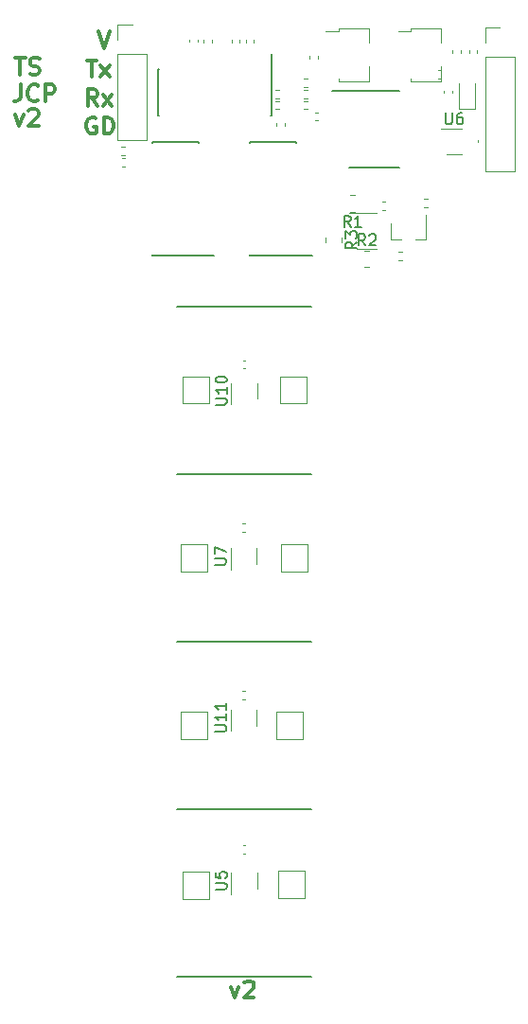
<source format=gbr>
%TF.GenerationSoftware,KiCad,Pcbnew,(6.0.0)*%
%TF.CreationDate,2022-08-23T17:29:18+02:00*%
%TF.ProjectId,TempSpike,54656d70-5370-4696-9b65-2e6b69636164,rev?*%
%TF.SameCoordinates,Original*%
%TF.FileFunction,Legend,Top*%
%TF.FilePolarity,Positive*%
%FSLAX46Y46*%
G04 Gerber Fmt 4.6, Leading zero omitted, Abs format (unit mm)*
G04 Created by KiCad (PCBNEW (6.0.0)) date 2022-08-23 17:29:18*
%MOMM*%
%LPD*%
G01*
G04 APERTURE LIST*
%ADD10C,0.200000*%
%ADD11C,0.300000*%
%ADD12C,0.150000*%
%ADD13C,0.120000*%
G04 APERTURE END LIST*
D10*
X147000000Y-66000000D02*
X159000000Y-66000000D01*
X147000000Y-81000000D02*
X159000000Y-81000000D01*
X147000000Y-126000000D02*
X159000000Y-126000000D01*
X147000000Y-96000000D02*
X159000000Y-96000000D01*
X159000000Y-111000000D02*
X147000000Y-111000000D01*
D11*
X133014285Y-46178571D02*
X133014285Y-47250000D01*
X132942857Y-47464285D01*
X132800000Y-47607142D01*
X132585714Y-47678571D01*
X132442857Y-47678571D01*
X134585714Y-47535714D02*
X134514285Y-47607142D01*
X134300000Y-47678571D01*
X134157142Y-47678571D01*
X133942857Y-47607142D01*
X133800000Y-47464285D01*
X133728571Y-47321428D01*
X133657142Y-47035714D01*
X133657142Y-46821428D01*
X133728571Y-46535714D01*
X133800000Y-46392857D01*
X133942857Y-46250000D01*
X134157142Y-46178571D01*
X134300000Y-46178571D01*
X134514285Y-46250000D01*
X134585714Y-46321428D01*
X135228571Y-47678571D02*
X135228571Y-46178571D01*
X135800000Y-46178571D01*
X135942857Y-46250000D01*
X136014285Y-46321428D01*
X136085714Y-46464285D01*
X136085714Y-46678571D01*
X136014285Y-46821428D01*
X135942857Y-46892857D01*
X135800000Y-46964285D01*
X135228571Y-46964285D01*
X132557142Y-43778571D02*
X133414285Y-43778571D01*
X132985714Y-45278571D02*
X132985714Y-43778571D01*
X133842857Y-45207142D02*
X134057142Y-45278571D01*
X134414285Y-45278571D01*
X134557142Y-45207142D01*
X134628571Y-45135714D01*
X134700000Y-44992857D01*
X134700000Y-44850000D01*
X134628571Y-44707142D01*
X134557142Y-44635714D01*
X134414285Y-44564285D01*
X134128571Y-44492857D01*
X133985714Y-44421428D01*
X133914285Y-44350000D01*
X133842857Y-44207142D01*
X133842857Y-44064285D01*
X133914285Y-43921428D01*
X133985714Y-43850000D01*
X134128571Y-43778571D01*
X134485714Y-43778571D01*
X134700000Y-43850000D01*
X132528571Y-48878571D02*
X132885714Y-49878571D01*
X133242857Y-48878571D01*
X133742857Y-48521428D02*
X133814285Y-48450000D01*
X133957142Y-48378571D01*
X134314285Y-48378571D01*
X134457142Y-48450000D01*
X134528571Y-48521428D01*
X134600000Y-48664285D01*
X134600000Y-48807142D01*
X134528571Y-49021428D01*
X133671428Y-49878571D01*
X134600000Y-49878571D01*
X151828571Y-126878571D02*
X152185714Y-127878571D01*
X152542857Y-126878571D01*
X153042857Y-126521428D02*
X153114285Y-126450000D01*
X153257142Y-126378571D01*
X153614285Y-126378571D01*
X153757142Y-126450000D01*
X153828571Y-126521428D01*
X153900000Y-126664285D01*
X153900000Y-126807142D01*
X153828571Y-127021428D01*
X152971428Y-127878571D01*
X153900000Y-127878571D01*
X140000000Y-41378571D02*
X140500000Y-42878571D01*
X141000000Y-41378571D01*
X138964285Y-43978571D02*
X139821428Y-43978571D01*
X139392857Y-45478571D02*
X139392857Y-43978571D01*
X140178571Y-45478571D02*
X140964285Y-44478571D01*
X140178571Y-44478571D02*
X140964285Y-45478571D01*
X139857142Y-48078571D02*
X139357142Y-47364285D01*
X139000000Y-48078571D02*
X139000000Y-46578571D01*
X139571428Y-46578571D01*
X139714285Y-46650000D01*
X139785714Y-46721428D01*
X139857142Y-46864285D01*
X139857142Y-47078571D01*
X139785714Y-47221428D01*
X139714285Y-47292857D01*
X139571428Y-47364285D01*
X139000000Y-47364285D01*
X140357142Y-48078571D02*
X141142857Y-47078571D01*
X140357142Y-47078571D02*
X141142857Y-48078571D01*
X139742857Y-49150000D02*
X139600000Y-49078571D01*
X139385714Y-49078571D01*
X139171428Y-49150000D01*
X139028571Y-49292857D01*
X138957142Y-49435714D01*
X138885714Y-49721428D01*
X138885714Y-49935714D01*
X138957142Y-50221428D01*
X139028571Y-50364285D01*
X139171428Y-50507142D01*
X139385714Y-50578571D01*
X139528571Y-50578571D01*
X139742857Y-50507142D01*
X139814285Y-50435714D01*
X139814285Y-49935714D01*
X139528571Y-49935714D01*
X140457142Y-50578571D02*
X140457142Y-49078571D01*
X140814285Y-49078571D01*
X141028571Y-49150000D01*
X141171428Y-49292857D01*
X141242857Y-49435714D01*
X141314285Y-49721428D01*
X141314285Y-49935714D01*
X141242857Y-50221428D01*
X141171428Y-50364285D01*
X141028571Y-50507142D01*
X140814285Y-50578571D01*
X140457142Y-50578571D01*
D12*
%TO.C,U5*%
X150452380Y-118161904D02*
X151261904Y-118161904D01*
X151357142Y-118114285D01*
X151404761Y-118066666D01*
X151452380Y-117971428D01*
X151452380Y-117780952D01*
X151404761Y-117685714D01*
X151357142Y-117638095D01*
X151261904Y-117590476D01*
X150452380Y-117590476D01*
X150452380Y-116638095D02*
X150452380Y-117114285D01*
X150928571Y-117161904D01*
X150880952Y-117114285D01*
X150833333Y-117019047D01*
X150833333Y-116780952D01*
X150880952Y-116685714D01*
X150928571Y-116638095D01*
X151023809Y-116590476D01*
X151261904Y-116590476D01*
X151357142Y-116638095D01*
X151404761Y-116685714D01*
X151452380Y-116780952D01*
X151452380Y-117019047D01*
X151404761Y-117114285D01*
X151357142Y-117161904D01*
%TO.C,U7*%
X150402380Y-89121904D02*
X151211904Y-89121904D01*
X151307142Y-89074285D01*
X151354761Y-89026666D01*
X151402380Y-88931428D01*
X151402380Y-88740952D01*
X151354761Y-88645714D01*
X151307142Y-88598095D01*
X151211904Y-88550476D01*
X150402380Y-88550476D01*
X150402380Y-88169523D02*
X150402380Y-87502857D01*
X151402380Y-87931428D01*
%TO.C,U10*%
X150452380Y-74798095D02*
X151261904Y-74798095D01*
X151357142Y-74750476D01*
X151404761Y-74702857D01*
X151452380Y-74607619D01*
X151452380Y-74417142D01*
X151404761Y-74321904D01*
X151357142Y-74274285D01*
X151261904Y-74226666D01*
X150452380Y-74226666D01*
X151452380Y-73226666D02*
X151452380Y-73798095D01*
X151452380Y-73512380D02*
X150452380Y-73512380D01*
X150595238Y-73607619D01*
X150690476Y-73702857D01*
X150738095Y-73798095D01*
X150452380Y-72607619D02*
X150452380Y-72512380D01*
X150500000Y-72417142D01*
X150547619Y-72369523D01*
X150642857Y-72321904D01*
X150833333Y-72274285D01*
X151071428Y-72274285D01*
X151261904Y-72321904D01*
X151357142Y-72369523D01*
X151404761Y-72417142D01*
X151452380Y-72512380D01*
X151452380Y-72607619D01*
X151404761Y-72702857D01*
X151357142Y-72750476D01*
X151261904Y-72798095D01*
X151071428Y-72845714D01*
X150833333Y-72845714D01*
X150642857Y-72798095D01*
X150547619Y-72750476D01*
X150500000Y-72702857D01*
X150452380Y-72607619D01*
%TO.C,U11*%
X150412380Y-104038095D02*
X151221904Y-104038095D01*
X151317142Y-103990476D01*
X151364761Y-103942857D01*
X151412380Y-103847619D01*
X151412380Y-103657142D01*
X151364761Y-103561904D01*
X151317142Y-103514285D01*
X151221904Y-103466666D01*
X150412380Y-103466666D01*
X151412380Y-102466666D02*
X151412380Y-103038095D01*
X151412380Y-102752380D02*
X150412380Y-102752380D01*
X150555238Y-102847619D01*
X150650476Y-102942857D01*
X150698095Y-103038095D01*
X151412380Y-101514285D02*
X151412380Y-102085714D01*
X151412380Y-101800000D02*
X150412380Y-101800000D01*
X150555238Y-101895238D01*
X150650476Y-101990476D01*
X150698095Y-102085714D01*
%TO.C,U6*%
X171038095Y-48702380D02*
X171038095Y-49511904D01*
X171085714Y-49607142D01*
X171133333Y-49654761D01*
X171228571Y-49702380D01*
X171419047Y-49702380D01*
X171514285Y-49654761D01*
X171561904Y-49607142D01*
X171609523Y-49511904D01*
X171609523Y-48702380D01*
X172514285Y-48702380D02*
X172323809Y-48702380D01*
X172228571Y-48750000D01*
X172180952Y-48797619D01*
X172085714Y-48940476D01*
X172038095Y-49130952D01*
X172038095Y-49511904D01*
X172085714Y-49607142D01*
X172133333Y-49654761D01*
X172228571Y-49702380D01*
X172419047Y-49702380D01*
X172514285Y-49654761D01*
X172561904Y-49607142D01*
X172609523Y-49511904D01*
X172609523Y-49273809D01*
X172561904Y-49178571D01*
X172514285Y-49130952D01*
X172419047Y-49083333D01*
X172228571Y-49083333D01*
X172133333Y-49130952D01*
X172085714Y-49178571D01*
X172038095Y-49273809D01*
%TO.C,R1*%
X162545833Y-58902380D02*
X162212500Y-58426190D01*
X161974404Y-58902380D02*
X161974404Y-57902380D01*
X162355357Y-57902380D01*
X162450595Y-57950000D01*
X162498214Y-57997619D01*
X162545833Y-58092857D01*
X162545833Y-58235714D01*
X162498214Y-58330952D01*
X162450595Y-58378571D01*
X162355357Y-58426190D01*
X161974404Y-58426190D01*
X163498214Y-58902380D02*
X162926785Y-58902380D01*
X163212500Y-58902380D02*
X163212500Y-57902380D01*
X163117261Y-58045238D01*
X163022023Y-58140476D01*
X162926785Y-58188095D01*
%TO.C,R2*%
X163833333Y-60552380D02*
X163500000Y-60076190D01*
X163261904Y-60552380D02*
X163261904Y-59552380D01*
X163642857Y-59552380D01*
X163738095Y-59600000D01*
X163785714Y-59647619D01*
X163833333Y-59742857D01*
X163833333Y-59885714D01*
X163785714Y-59980952D01*
X163738095Y-60028571D01*
X163642857Y-60076190D01*
X163261904Y-60076190D01*
X164214285Y-59647619D02*
X164261904Y-59600000D01*
X164357142Y-59552380D01*
X164595238Y-59552380D01*
X164690476Y-59600000D01*
X164738095Y-59647619D01*
X164785714Y-59742857D01*
X164785714Y-59838095D01*
X164738095Y-59980952D01*
X164166666Y-60552380D01*
X164785714Y-60552380D01*
%TO.C,R3*%
X163102380Y-60254166D02*
X162626190Y-60587500D01*
X163102380Y-60825595D02*
X162102380Y-60825595D01*
X162102380Y-60444642D01*
X162150000Y-60349404D01*
X162197619Y-60301785D01*
X162292857Y-60254166D01*
X162435714Y-60254166D01*
X162530952Y-60301785D01*
X162578571Y-60349404D01*
X162626190Y-60444642D01*
X162626190Y-60825595D01*
X162102380Y-59920833D02*
X162102380Y-59301785D01*
X162483333Y-59635119D01*
X162483333Y-59492261D01*
X162530952Y-59397023D01*
X162578571Y-59349404D01*
X162673809Y-59301785D01*
X162911904Y-59301785D01*
X163007142Y-59349404D01*
X163054761Y-59397023D01*
X163102380Y-59492261D01*
X163102380Y-59777976D01*
X163054761Y-59873214D01*
X163007142Y-59920833D01*
D13*
%TO.C,J10*%
X149900000Y-72300000D02*
X149900000Y-74700000D01*
X147500000Y-72300000D02*
X149900000Y-72300000D01*
X147500000Y-74700000D02*
X147500000Y-72300000D01*
X149900000Y-74700000D02*
X147500000Y-74700000D01*
%TO.C,J3*%
X149700000Y-104700000D02*
X147300000Y-104700000D01*
X147300000Y-102300000D02*
X149700000Y-102300000D01*
X147300000Y-104700000D02*
X147300000Y-102300000D01*
X149700000Y-102300000D02*
X149700000Y-104700000D01*
%TO.C,J4*%
X149917000Y-116620000D02*
X149917000Y-119020000D01*
X147517000Y-119020000D02*
X147517000Y-116620000D01*
X147517000Y-116620000D02*
X149917000Y-116620000D01*
X149917000Y-119020000D02*
X147517000Y-119020000D01*
%TO.C,J5*%
X158710000Y-89700000D02*
X156310000Y-89700000D01*
X158710000Y-87300000D02*
X158710000Y-89700000D01*
X156310000Y-89700000D02*
X156310000Y-87300000D01*
X156310000Y-87300000D02*
X158710000Y-87300000D01*
%TO.C,J6*%
X147300000Y-87300000D02*
X149700000Y-87300000D01*
X149700000Y-87300000D02*
X149700000Y-89700000D01*
X149700000Y-89700000D02*
X147300000Y-89700000D01*
X147300000Y-89700000D02*
X147300000Y-87300000D01*
%TO.C,J7*%
X156026000Y-116529000D02*
X158426000Y-116529000D01*
X156026000Y-118929000D02*
X156026000Y-116529000D01*
X158426000Y-118929000D02*
X156026000Y-118929000D01*
X158426000Y-116529000D02*
X158426000Y-118929000D01*
%TO.C,J8*%
X158299000Y-104700000D02*
X155899000Y-104700000D01*
X155899000Y-104700000D02*
X155899000Y-102300000D01*
X158299000Y-102300000D02*
X158299000Y-104700000D01*
X155899000Y-102300000D02*
X158299000Y-102300000D01*
%TO.C,J9*%
X158600000Y-72300000D02*
X158600000Y-74700000D01*
X158600000Y-74700000D02*
X156200000Y-74700000D01*
X156200000Y-72300000D02*
X158600000Y-72300000D01*
X156200000Y-74700000D02*
X156200000Y-72300000D01*
%TO.C,U5*%
X154160000Y-118100000D02*
X154160000Y-116700000D01*
X151840000Y-116700000D02*
X151840000Y-118600000D01*
%TO.C,U7*%
X154110000Y-89060000D02*
X154110000Y-87660000D01*
X151790000Y-87660000D02*
X151790000Y-89560000D01*
%TO.C,U10*%
X154160000Y-74260000D02*
X154160000Y-72860000D01*
X151840000Y-72860000D02*
X151840000Y-74760000D01*
%TO.C,U11*%
X151800000Y-102100000D02*
X151800000Y-104000000D01*
X154120000Y-103500000D02*
X154120000Y-102100000D01*
%TO.C,C9*%
X153107836Y-114240000D02*
X152892164Y-114240000D01*
X153107836Y-114960000D02*
X152892164Y-114960000D01*
%TO.C,C12*%
X153057836Y-86160000D02*
X152842164Y-86160000D01*
X153057836Y-85440000D02*
X152842164Y-85440000D01*
%TO.C,C14*%
X153067836Y-101160000D02*
X152852164Y-101160000D01*
X153067836Y-100440000D02*
X152852164Y-100440000D01*
%TO.C,C13*%
X153107836Y-71560000D02*
X152892164Y-71560000D01*
X153107836Y-70840000D02*
X152892164Y-70840000D01*
%TO.C,R13*%
X169443641Y-57180000D02*
X169136359Y-57180000D01*
X169443641Y-56420000D02*
X169136359Y-56420000D01*
D12*
%TO.C,U9*%
X153545000Y-51295000D02*
X153545000Y-51400000D01*
X157695000Y-61445000D02*
X153545000Y-61445000D01*
X157695000Y-51295000D02*
X157695000Y-51400000D01*
X157695000Y-61445000D02*
X157695000Y-61420000D01*
X157695000Y-61420000D02*
X159070000Y-61420000D01*
X153545000Y-61445000D02*
X153545000Y-61340000D01*
X157695000Y-51295000D02*
X153545000Y-51295000D01*
D13*
%TO.C,C7*%
X159587836Y-49360000D02*
X159372164Y-49360000D01*
X159587836Y-48640000D02*
X159372164Y-48640000D01*
%TO.C,C4*%
X155890000Y-49622164D02*
X155890000Y-49837836D01*
X156610000Y-49622164D02*
X156610000Y-49837836D01*
%TO.C,C1*%
X149390000Y-42162164D02*
X149390000Y-42377836D01*
X150110000Y-42162164D02*
X150110000Y-42377836D01*
%TO.C,C8*%
X172360000Y-43096664D02*
X172360000Y-43312336D01*
X171640000Y-43096664D02*
X171640000Y-43312336D01*
%TO.C,C6*%
X152610000Y-42162164D02*
X152610000Y-42377836D01*
X151890000Y-42162164D02*
X151890000Y-42377836D01*
D12*
%TO.C,U8*%
X148945000Y-61420000D02*
X150320000Y-61420000D01*
X148945000Y-51295000D02*
X148945000Y-51400000D01*
X148945000Y-61445000D02*
X148945000Y-61420000D01*
X148945000Y-61445000D02*
X144795000Y-61445000D01*
X144795000Y-51295000D02*
X144795000Y-51400000D01*
X144795000Y-61445000D02*
X144795000Y-61340000D01*
X148945000Y-51295000D02*
X144795000Y-51295000D01*
D13*
%TO.C,C2*%
X153860000Y-42377836D02*
X153860000Y-42162164D01*
X153140000Y-42377836D02*
X153140000Y-42162164D01*
D12*
%TO.C,U4*%
X162415000Y-53605000D02*
X166865000Y-53605000D01*
X160890000Y-46705000D02*
X166865000Y-46705000D01*
%TO.C,U1*%
X145305000Y-48945000D02*
X145410000Y-48945000D01*
X145305000Y-44795000D02*
X145305000Y-48945000D01*
X155455000Y-48945000D02*
X155350000Y-48945000D01*
X155430000Y-44795000D02*
X155430000Y-43420000D01*
X155455000Y-44795000D02*
X155455000Y-48945000D01*
X145305000Y-44795000D02*
X145410000Y-44795000D01*
X155455000Y-44795000D02*
X155430000Y-44795000D01*
D13*
%TO.C,C5*%
X165372164Y-57360000D02*
X165587836Y-57360000D01*
X165372164Y-56640000D02*
X165587836Y-56640000D01*
%TO.C,C3*%
X148860000Y-42337836D02*
X148860000Y-42122164D01*
X148140000Y-42337836D02*
X148140000Y-42122164D01*
%TO.C,U3*%
X167940000Y-45860000D02*
X167940000Y-45630000D01*
X167940000Y-41140000D02*
X170660000Y-41140000D01*
X167940000Y-41140000D02*
X167940000Y-41370000D01*
X170660000Y-45860000D02*
X167940000Y-45860000D01*
X166800000Y-41370000D02*
X167940000Y-41370000D01*
X170660000Y-41140000D02*
X170660000Y-42450000D01*
X170660000Y-44550000D02*
X170660000Y-45860000D01*
%TO.C,R10*%
X155836359Y-47380000D02*
X156143641Y-47380000D01*
X155836359Y-46620000D02*
X156143641Y-46620000D01*
%TO.C,U12*%
X161440000Y-45860000D02*
X161440000Y-45630000D01*
X161440000Y-41140000D02*
X164160000Y-41140000D01*
X164160000Y-45860000D02*
X161440000Y-45860000D01*
X164160000Y-41140000D02*
X164160000Y-42450000D01*
X160300000Y-41370000D02*
X161440000Y-41370000D01*
X164160000Y-44550000D02*
X164160000Y-45860000D01*
X161440000Y-41140000D02*
X161440000Y-41370000D01*
%TO.C,U2*%
X163100000Y-60860000D02*
X164900000Y-60860000D01*
X164900000Y-57640000D02*
X162450000Y-57640000D01*
%TO.C,R11*%
X158346359Y-46620000D02*
X158653641Y-46620000D01*
X158346359Y-47380000D02*
X158653641Y-47380000D01*
%TO.C,R12*%
X155836359Y-47620000D02*
X156143641Y-47620000D01*
X155836359Y-48380000D02*
X156143641Y-48380000D01*
%TO.C,R9*%
X142056359Y-52720000D02*
X142363641Y-52720000D01*
X142056359Y-53480000D02*
X142363641Y-53480000D01*
%TO.C,C11*%
X173890000Y-51337836D02*
X173890000Y-51122164D01*
X174610000Y-51337836D02*
X174610000Y-51122164D01*
%TO.C,D1*%
X172210000Y-46024000D02*
X172210000Y-48309000D01*
X172210000Y-48309000D02*
X173680000Y-48309000D01*
X173680000Y-48309000D02*
X173680000Y-46024000D01*
%TO.C,R8*%
X158346359Y-48380000D02*
X158653641Y-48380000D01*
X158346359Y-47620000D02*
X158653641Y-47620000D01*
%TO.C,R6*%
X158336359Y-45620000D02*
X158643641Y-45620000D01*
X158336359Y-46380000D02*
X158643641Y-46380000D01*
%TO.C,R4*%
X167143641Y-61120000D02*
X166836359Y-61120000D01*
X167143641Y-61880000D02*
X166836359Y-61880000D01*
%TO.C,Q1*%
X166120000Y-60010000D02*
X167050000Y-60010000D01*
X169280000Y-60010000D02*
X168350000Y-60010000D01*
X166120000Y-60010000D02*
X166120000Y-58550000D01*
X169280000Y-60010000D02*
X169280000Y-57850000D01*
%TO.C,R5*%
X173120000Y-43367641D02*
X173120000Y-43060359D01*
X173880000Y-43367641D02*
X173880000Y-43060359D01*
%TO.C,C10*%
X170890000Y-46905336D02*
X170890000Y-46689664D01*
X171610000Y-46905336D02*
X171610000Y-46689664D01*
%TO.C,R7*%
X142036359Y-52480000D02*
X142343641Y-52480000D01*
X142036359Y-51720000D02*
X142343641Y-51720000D01*
%TO.C,C16*%
X170372164Y-45610000D02*
X170587836Y-45610000D01*
X170372164Y-44890000D02*
X170587836Y-44890000D01*
%TO.C,C15*%
X158890000Y-43837836D02*
X158890000Y-43622164D01*
X159610000Y-43837836D02*
X159610000Y-43622164D01*
%TO.C,U6*%
X172500000Y-50090000D02*
X170600000Y-50090000D01*
X171100000Y-52410000D02*
X172500000Y-52410000D01*
%TO.C,J2*%
X174565000Y-41064000D02*
X175895000Y-41064000D01*
X174565000Y-43664000D02*
X177225000Y-43664000D01*
X174565000Y-53884000D02*
X177225000Y-53884000D01*
X174565000Y-42394000D02*
X174565000Y-41064000D01*
X174565000Y-43664000D02*
X174565000Y-53884000D01*
X177225000Y-43664000D02*
X177225000Y-53884000D01*
%TO.C,J1*%
X141672000Y-43426000D02*
X141672000Y-51106000D01*
X141672000Y-40826000D02*
X143002000Y-40826000D01*
X144332000Y-43426000D02*
X144332000Y-51106000D01*
X141672000Y-51106000D02*
X144332000Y-51106000D01*
X141672000Y-43426000D02*
X144332000Y-43426000D01*
X141672000Y-42156000D02*
X141672000Y-40826000D01*
%TO.C,R1*%
X162939564Y-56065000D02*
X162485436Y-56065000D01*
X162939564Y-57535000D02*
X162485436Y-57535000D01*
%TO.C,R2*%
X163772936Y-62485000D02*
X164227064Y-62485000D01*
X163772936Y-61015000D02*
X164227064Y-61015000D01*
%TO.C,R3*%
X160265000Y-59860436D02*
X160265000Y-60314564D01*
X161735000Y-59860436D02*
X161735000Y-60314564D01*
%TD*%
M02*

</source>
